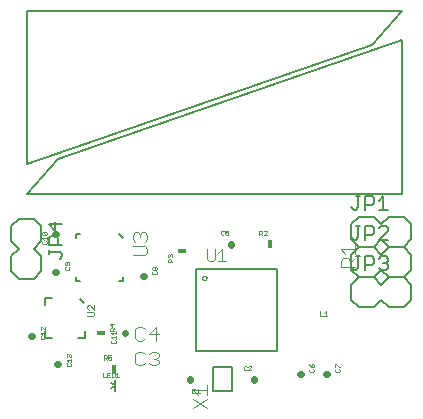
<source format=gto>
G75*
%MOIN*%
%OFA0B0*%
%FSLAX25Y25*%
%IPPOS*%
%LPD*%
%AMOC8*
5,1,8,0,0,1.08239X$1,22.5*
%
%ADD10C,0.00500*%
%ADD11C,0.00295*%
%ADD12C,0.00300*%
%ADD13C,0.02200*%
%ADD14C,0.00100*%
%ADD15C,0.00400*%
%ADD16C,0.00800*%
%ADD17C,0.00200*%
%ADD18R,0.03000X0.01800*%
%ADD19R,0.01800X0.03000*%
D10*
X0018302Y0053163D02*
X0019052Y0053914D01*
X0019052Y0054665D01*
X0018302Y0055415D01*
X0014549Y0055415D01*
X0014549Y0054665D02*
X0014549Y0056166D01*
X0014549Y0057767D02*
X0014549Y0060019D01*
X0015299Y0060770D01*
X0016800Y0060770D01*
X0017551Y0060019D01*
X0017551Y0057767D01*
X0019052Y0057767D02*
X0014549Y0057767D01*
X0016800Y0062371D02*
X0016800Y0065374D01*
X0014549Y0064623D02*
X0016800Y0062371D01*
X0019052Y0064623D02*
X0014549Y0064623D01*
X0007299Y0074811D02*
X0017535Y0086228D01*
X0132496Y0125992D01*
X0132496Y0074811D01*
X0007299Y0074811D01*
X0007299Y0084654D02*
X0122260Y0124417D01*
X0132496Y0135835D01*
X0007299Y0135835D01*
X0007299Y0084654D01*
X0063598Y0049614D02*
X0063598Y0022449D01*
X0090764Y0022449D01*
X0090764Y0049614D01*
X0063598Y0049614D01*
X0069357Y0017000D02*
X0075557Y0017000D01*
X0075557Y0009000D01*
X0069357Y0009000D01*
X0069357Y0017000D01*
X0115438Y0050138D02*
X0116189Y0049387D01*
X0116939Y0049387D01*
X0117690Y0050138D01*
X0117690Y0053891D01*
X0116939Y0053891D02*
X0118441Y0053891D01*
X0120042Y0053891D02*
X0122294Y0053891D01*
X0123045Y0053140D01*
X0123045Y0051639D01*
X0122294Y0050888D01*
X0120042Y0050888D01*
X0120042Y0049387D02*
X0120042Y0053891D01*
X0124646Y0053140D02*
X0125397Y0053891D01*
X0126898Y0053891D01*
X0127649Y0053140D01*
X0127649Y0052390D01*
X0126898Y0051639D01*
X0127649Y0050888D01*
X0127649Y0050138D01*
X0126898Y0049387D01*
X0125397Y0049387D01*
X0124646Y0050138D01*
X0126147Y0051639D02*
X0126898Y0051639D01*
X0127649Y0059426D02*
X0124646Y0059426D01*
X0127649Y0062429D01*
X0127649Y0063180D01*
X0126898Y0063930D01*
X0125397Y0063930D01*
X0124646Y0063180D01*
X0123045Y0063180D02*
X0123045Y0061678D01*
X0122294Y0060928D01*
X0120042Y0060928D01*
X0120042Y0059426D02*
X0120042Y0063930D01*
X0122294Y0063930D01*
X0123045Y0063180D01*
X0118441Y0063930D02*
X0116939Y0063930D01*
X0117690Y0063930D02*
X0117690Y0060177D01*
X0116939Y0059426D01*
X0116189Y0059426D01*
X0115438Y0060177D01*
X0116189Y0069466D02*
X0116939Y0069466D01*
X0117690Y0070216D01*
X0117690Y0073970D01*
X0116939Y0073970D02*
X0118441Y0073970D01*
X0120042Y0073970D02*
X0122294Y0073970D01*
X0123045Y0073219D01*
X0123045Y0071718D01*
X0122294Y0070967D01*
X0120042Y0070967D01*
X0120042Y0069466D02*
X0120042Y0073970D01*
X0124646Y0072468D02*
X0126147Y0073970D01*
X0126147Y0069466D01*
X0124646Y0069466D02*
X0127649Y0069466D01*
X0116189Y0069466D02*
X0115438Y0070216D01*
D11*
X0065742Y0046740D02*
X0065744Y0046794D01*
X0065750Y0046848D01*
X0065760Y0046901D01*
X0065774Y0046953D01*
X0065791Y0047004D01*
X0065813Y0047053D01*
X0065838Y0047101D01*
X0065866Y0047147D01*
X0065898Y0047191D01*
X0065933Y0047232D01*
X0065970Y0047270D01*
X0066011Y0047306D01*
X0066054Y0047338D01*
X0066099Y0047368D01*
X0066147Y0047393D01*
X0066196Y0047416D01*
X0066246Y0047434D01*
X0066298Y0047449D01*
X0066351Y0047460D01*
X0066405Y0047467D01*
X0066459Y0047470D01*
X0066512Y0047469D01*
X0066566Y0047464D01*
X0066619Y0047455D01*
X0066672Y0047442D01*
X0066723Y0047425D01*
X0066773Y0047405D01*
X0066821Y0047381D01*
X0066868Y0047353D01*
X0066912Y0047323D01*
X0066954Y0047288D01*
X0066993Y0047251D01*
X0067029Y0047212D01*
X0067063Y0047169D01*
X0067093Y0047124D01*
X0067119Y0047077D01*
X0067142Y0047029D01*
X0067162Y0046978D01*
X0067178Y0046927D01*
X0067190Y0046874D01*
X0067198Y0046821D01*
X0067202Y0046767D01*
X0067202Y0046713D01*
X0067198Y0046659D01*
X0067190Y0046606D01*
X0067178Y0046553D01*
X0067162Y0046502D01*
X0067142Y0046451D01*
X0067119Y0046403D01*
X0067093Y0046356D01*
X0067063Y0046311D01*
X0067029Y0046268D01*
X0066993Y0046229D01*
X0066954Y0046192D01*
X0066912Y0046157D01*
X0066868Y0046127D01*
X0066821Y0046099D01*
X0066773Y0046075D01*
X0066723Y0046055D01*
X0066672Y0046038D01*
X0066619Y0046025D01*
X0066566Y0046016D01*
X0066512Y0046011D01*
X0066459Y0046010D01*
X0066405Y0046013D01*
X0066351Y0046020D01*
X0066298Y0046031D01*
X0066246Y0046046D01*
X0066196Y0046064D01*
X0066147Y0046087D01*
X0066099Y0046112D01*
X0066054Y0046142D01*
X0066011Y0046174D01*
X0065970Y0046210D01*
X0065933Y0046248D01*
X0065898Y0046289D01*
X0065866Y0046333D01*
X0065838Y0046379D01*
X0065813Y0046427D01*
X0065791Y0046476D01*
X0065774Y0046527D01*
X0065760Y0046579D01*
X0065750Y0046632D01*
X0065744Y0046686D01*
X0065742Y0046740D01*
D12*
X0068106Y0052481D02*
X0069340Y0052481D01*
X0069957Y0053098D01*
X0069957Y0056184D01*
X0071172Y0054949D02*
X0072406Y0056184D01*
X0072406Y0052481D01*
X0071172Y0052481D02*
X0073641Y0052481D01*
X0068106Y0052481D02*
X0067489Y0053098D01*
X0067489Y0056184D01*
D13*
X0017656Y0018118D02*
X0017415Y0018118D01*
X0008994Y0027173D02*
X0008754Y0027173D01*
X0016825Y0048827D02*
X0017065Y0048827D01*
X0017065Y0061425D02*
X0016825Y0061425D01*
X0045959Y0047252D02*
X0046199Y0047252D01*
X0040096Y0028354D02*
X0039856Y0028354D01*
X0061827Y0012923D02*
X0061827Y0012683D01*
X0083087Y0012683D02*
X0083087Y0012923D01*
X0098321Y0014772D02*
X0098561Y0014772D01*
X0106982Y0014772D02*
X0107222Y0014772D01*
X0075409Y0057762D02*
X0075409Y0058002D01*
D14*
X0074183Y0060932D02*
X0073683Y0060932D01*
X0073433Y0061182D01*
X0072960Y0061182D02*
X0072710Y0060932D01*
X0072210Y0060932D01*
X0071959Y0061182D01*
X0071959Y0062183D01*
X0072210Y0062433D01*
X0072710Y0062433D01*
X0072960Y0062183D01*
X0073433Y0062433D02*
X0073433Y0061683D01*
X0073933Y0061933D01*
X0074183Y0061933D01*
X0074434Y0061683D01*
X0074434Y0061182D01*
X0074183Y0060932D01*
X0074434Y0062433D02*
X0073433Y0062433D01*
X0084755Y0062433D02*
X0084755Y0060932D01*
X0084755Y0061432D02*
X0085505Y0061432D01*
X0085756Y0061683D01*
X0085756Y0062183D01*
X0085505Y0062433D01*
X0084755Y0062433D01*
X0085255Y0061432D02*
X0085756Y0060932D01*
X0086228Y0060932D02*
X0087229Y0061933D01*
X0087229Y0062183D01*
X0086979Y0062433D01*
X0086478Y0062433D01*
X0086228Y0062183D01*
X0086228Y0060932D02*
X0087229Y0060932D01*
X0104950Y0035542D02*
X0104950Y0034041D01*
X0105951Y0034041D01*
X0106423Y0034041D02*
X0107424Y0034041D01*
X0106924Y0034041D02*
X0106924Y0035542D01*
X0106423Y0035041D01*
X0102741Y0017849D02*
X0102491Y0017849D01*
X0102240Y0017599D01*
X0102240Y0016848D01*
X0102741Y0016848D01*
X0102991Y0017099D01*
X0102991Y0017599D01*
X0102741Y0017849D01*
X0101740Y0017349D02*
X0102240Y0016848D01*
X0101740Y0016376D02*
X0101490Y0016126D01*
X0101490Y0015625D01*
X0101740Y0015375D01*
X0102741Y0015375D01*
X0102991Y0015625D01*
X0102991Y0016126D01*
X0102741Y0016376D01*
X0101740Y0017349D02*
X0101490Y0017849D01*
X0110151Y0017849D02*
X0110151Y0016848D01*
X0110401Y0016376D02*
X0110151Y0016126D01*
X0110151Y0015625D01*
X0110401Y0015375D01*
X0111402Y0015375D01*
X0111652Y0015625D01*
X0111652Y0016126D01*
X0111402Y0016376D01*
X0111402Y0016848D02*
X0111652Y0016848D01*
X0111402Y0016848D02*
X0110401Y0017849D01*
X0110151Y0017849D01*
X0082111Y0017104D02*
X0081861Y0017354D01*
X0081360Y0017354D01*
X0081110Y0017104D01*
X0080637Y0017104D02*
X0080387Y0017354D01*
X0079887Y0017354D01*
X0079637Y0017104D01*
X0079637Y0016103D01*
X0079887Y0015853D01*
X0080387Y0015853D01*
X0080637Y0016103D01*
X0081110Y0015853D02*
X0082111Y0016854D01*
X0082111Y0017104D01*
X0082111Y0015853D02*
X0081110Y0015853D01*
X0064904Y0008253D02*
X0063904Y0008253D01*
X0064404Y0008253D02*
X0064404Y0009754D01*
X0063904Y0009254D01*
X0063431Y0009504D02*
X0063181Y0009754D01*
X0062680Y0009754D01*
X0062430Y0009504D01*
X0062430Y0008503D01*
X0062680Y0008253D01*
X0063181Y0008253D01*
X0063431Y0008503D01*
X0038010Y0013635D02*
X0037009Y0013635D01*
X0037510Y0013635D02*
X0037510Y0015136D01*
X0037009Y0014635D01*
X0036537Y0014886D02*
X0036537Y0013885D01*
X0036287Y0013635D01*
X0035536Y0013635D01*
X0035536Y0015136D01*
X0036287Y0015136D01*
X0036537Y0014886D01*
X0035063Y0015136D02*
X0034063Y0015136D01*
X0034063Y0013635D01*
X0035063Y0013635D01*
X0034563Y0014385D02*
X0034063Y0014385D01*
X0033590Y0013635D02*
X0032589Y0013635D01*
X0032589Y0015136D01*
X0032983Y0019396D02*
X0032983Y0020898D01*
X0033734Y0020898D01*
X0033984Y0020648D01*
X0033984Y0020147D01*
X0033734Y0019897D01*
X0032983Y0019897D01*
X0033483Y0019897D02*
X0033984Y0019396D01*
X0034456Y0019647D02*
X0034707Y0019396D01*
X0035207Y0019396D01*
X0035457Y0019647D01*
X0035457Y0020147D01*
X0035207Y0020397D01*
X0034957Y0020397D01*
X0034456Y0020147D01*
X0034456Y0020898D01*
X0035457Y0020898D01*
X0035675Y0024904D02*
X0036676Y0024904D01*
X0036926Y0025155D01*
X0036926Y0025655D01*
X0036676Y0025905D01*
X0036926Y0026378D02*
X0036926Y0027378D01*
X0036926Y0027851D02*
X0036926Y0028852D01*
X0036456Y0028958D02*
X0034954Y0028958D01*
X0034954Y0029708D01*
X0035204Y0029959D01*
X0035705Y0029959D01*
X0035955Y0029708D01*
X0035955Y0028958D01*
X0035955Y0029458D02*
X0036456Y0029959D01*
X0035705Y0030431D02*
X0035705Y0031432D01*
X0036456Y0031182D02*
X0034954Y0031182D01*
X0035705Y0030431D01*
X0035425Y0028351D02*
X0036926Y0028351D01*
X0035926Y0027851D02*
X0035425Y0028351D01*
X0035425Y0026878D02*
X0036926Y0026878D01*
X0035926Y0026378D02*
X0035425Y0026878D01*
X0035675Y0025905D02*
X0035425Y0025655D01*
X0035425Y0025155D01*
X0035675Y0024904D01*
X0022085Y0020945D02*
X0022085Y0020445D01*
X0021835Y0020195D01*
X0022085Y0019722D02*
X0022085Y0018722D01*
X0022085Y0019222D02*
X0020584Y0019222D01*
X0021085Y0018722D01*
X0020834Y0018249D02*
X0020584Y0017999D01*
X0020584Y0017499D01*
X0020834Y0017248D01*
X0021835Y0017248D01*
X0022085Y0017499D01*
X0022085Y0017999D01*
X0021835Y0018249D01*
X0020834Y0020195D02*
X0020584Y0020445D01*
X0020584Y0020945D01*
X0020834Y0021196D01*
X0021085Y0021196D01*
X0021335Y0020945D01*
X0021585Y0021196D01*
X0021835Y0021196D01*
X0022085Y0020945D01*
X0021335Y0020945D02*
X0021335Y0020695D01*
X0013424Y0026554D02*
X0013424Y0027054D01*
X0013174Y0027304D01*
X0013424Y0027777D02*
X0013424Y0028778D01*
X0013424Y0029250D02*
X0012423Y0030251D01*
X0012173Y0030251D01*
X0011923Y0030001D01*
X0011923Y0029500D01*
X0012173Y0029250D01*
X0011923Y0028277D02*
X0013424Y0028277D01*
X0013424Y0029250D02*
X0013424Y0030251D01*
X0011923Y0028277D02*
X0012423Y0027777D01*
X0012173Y0027304D02*
X0011923Y0027054D01*
X0011923Y0026554D01*
X0012173Y0026303D01*
X0013174Y0026303D01*
X0013424Y0026554D01*
X0020244Y0049430D02*
X0021245Y0049430D01*
X0021495Y0049680D01*
X0021495Y0050181D01*
X0021245Y0050431D01*
X0021245Y0050904D02*
X0021495Y0051154D01*
X0021495Y0051654D01*
X0021245Y0051904D01*
X0020244Y0051904D01*
X0019994Y0051654D01*
X0019994Y0051154D01*
X0020244Y0050904D01*
X0020494Y0050904D01*
X0020744Y0051154D01*
X0020744Y0051904D01*
X0020244Y0050431D02*
X0019994Y0050181D01*
X0019994Y0049680D01*
X0020244Y0049430D01*
X0013645Y0057975D02*
X0012644Y0057975D01*
X0012394Y0058225D01*
X0012394Y0058726D01*
X0012644Y0058976D01*
X0012894Y0059448D02*
X0012394Y0059949D01*
X0013895Y0059949D01*
X0013895Y0060449D02*
X0013895Y0059448D01*
X0013645Y0058976D02*
X0013895Y0058726D01*
X0013895Y0058225D01*
X0013645Y0057975D01*
X0013645Y0060922D02*
X0012644Y0060922D01*
X0012394Y0061172D01*
X0012394Y0061672D01*
X0012644Y0061923D01*
X0013645Y0060922D01*
X0013895Y0061172D01*
X0013895Y0061672D01*
X0013645Y0061923D01*
X0012644Y0061923D01*
X0049127Y0050079D02*
X0049378Y0050330D01*
X0049628Y0050330D01*
X0049878Y0050079D01*
X0049878Y0049579D01*
X0049628Y0049329D01*
X0049378Y0049329D01*
X0049127Y0049579D01*
X0049127Y0050079D01*
X0049878Y0050079D02*
X0050128Y0050330D01*
X0050379Y0050330D01*
X0050629Y0050079D01*
X0050629Y0049579D01*
X0050379Y0049329D01*
X0050128Y0049329D01*
X0049878Y0049579D01*
X0049378Y0048856D02*
X0049127Y0048606D01*
X0049127Y0048106D01*
X0049378Y0047855D01*
X0050379Y0047855D01*
X0050629Y0048106D01*
X0050629Y0048606D01*
X0050379Y0048856D01*
X0054323Y0052070D02*
X0054323Y0052820D01*
X0054573Y0053071D01*
X0055073Y0053071D01*
X0055324Y0052820D01*
X0055324Y0052070D01*
X0055824Y0052070D02*
X0054323Y0052070D01*
X0055324Y0052570D02*
X0055824Y0053071D01*
X0055574Y0053543D02*
X0055824Y0053793D01*
X0055824Y0054294D01*
X0055574Y0054544D01*
X0055324Y0054544D01*
X0055073Y0054294D01*
X0055073Y0054043D01*
X0055073Y0054294D02*
X0054823Y0054544D01*
X0054573Y0054544D01*
X0054323Y0054294D01*
X0054323Y0053793D01*
X0054573Y0053543D01*
D15*
X0047335Y0054956D02*
X0047335Y0056491D01*
X0046568Y0057258D01*
X0042732Y0057258D01*
X0043499Y0058793D02*
X0042732Y0059560D01*
X0042732Y0061095D01*
X0043499Y0061862D01*
X0044266Y0061862D01*
X0045033Y0061095D01*
X0045801Y0061862D01*
X0046568Y0061862D01*
X0047335Y0061095D01*
X0047335Y0059560D01*
X0046568Y0058793D01*
X0045033Y0060328D02*
X0045033Y0061095D01*
X0047335Y0054956D02*
X0046568Y0054189D01*
X0042732Y0054189D01*
X0044275Y0030383D02*
X0043508Y0029615D01*
X0043508Y0026546D01*
X0044275Y0025779D01*
X0045810Y0025779D01*
X0046577Y0026546D01*
X0048112Y0028081D02*
X0051181Y0028081D01*
X0050414Y0030383D02*
X0048112Y0028081D01*
X0046577Y0029615D02*
X0045810Y0030383D01*
X0044275Y0030383D01*
X0050414Y0030383D02*
X0050414Y0025779D01*
X0050414Y0022115D02*
X0048879Y0022115D01*
X0048112Y0021348D01*
X0046577Y0021348D02*
X0045810Y0022115D01*
X0044275Y0022115D01*
X0043508Y0021348D01*
X0043508Y0018278D01*
X0044275Y0017511D01*
X0045810Y0017511D01*
X0046577Y0018278D01*
X0048112Y0018278D02*
X0048879Y0017511D01*
X0050414Y0017511D01*
X0051181Y0018278D01*
X0051181Y0019046D01*
X0050414Y0019813D01*
X0049646Y0019813D01*
X0050414Y0019813D02*
X0051181Y0020580D01*
X0051181Y0021348D01*
X0050414Y0022115D01*
X0062653Y0009339D02*
X0067257Y0009339D01*
X0067257Y0010873D02*
X0067257Y0007804D01*
X0067257Y0006269D02*
X0062653Y0003200D01*
X0062653Y0006269D02*
X0067257Y0003200D01*
X0064187Y0007804D02*
X0062653Y0009339D01*
X0111964Y0050193D02*
X0111964Y0052495D01*
X0112731Y0053262D01*
X0114266Y0053262D01*
X0115033Y0052495D01*
X0115033Y0050193D01*
X0115033Y0051728D02*
X0116568Y0053262D01*
X0116568Y0054797D02*
X0116568Y0057866D01*
X0116568Y0056331D02*
X0111964Y0056331D01*
X0113498Y0054797D01*
X0111964Y0050193D02*
X0116568Y0050193D01*
D16*
X0115488Y0049476D02*
X0117988Y0046976D01*
X0122988Y0046976D01*
X0125488Y0049476D01*
X0127988Y0046976D01*
X0132988Y0046976D01*
X0135488Y0049476D01*
X0135488Y0054476D01*
X0132988Y0056976D01*
X0127988Y0056976D01*
X0125488Y0054476D01*
X0122988Y0056976D01*
X0117988Y0056976D01*
X0115488Y0054476D01*
X0115488Y0049476D01*
X0117988Y0046937D02*
X0115488Y0044437D01*
X0115488Y0039437D01*
X0117988Y0036937D01*
X0122988Y0036937D01*
X0125488Y0039437D01*
X0127988Y0036937D01*
X0132988Y0036937D01*
X0135488Y0039437D01*
X0135488Y0044437D01*
X0132988Y0046937D01*
X0127988Y0046937D01*
X0125488Y0044437D01*
X0122988Y0046937D01*
X0117988Y0046937D01*
X0117988Y0057016D02*
X0122988Y0057016D01*
X0125488Y0059516D01*
X0127988Y0057016D01*
X0132988Y0057016D01*
X0135488Y0059516D01*
X0135488Y0064516D01*
X0132988Y0067016D01*
X0127988Y0067016D01*
X0125488Y0064516D01*
X0122988Y0067016D01*
X0117988Y0067016D01*
X0115488Y0064516D01*
X0115488Y0059516D01*
X0117988Y0057016D01*
X0039386Y0060047D02*
X0038008Y0061425D01*
X0025016Y0061425D02*
X0023638Y0061425D01*
X0023638Y0060047D01*
X0012102Y0058925D02*
X0009602Y0056425D01*
X0012102Y0053925D01*
X0012102Y0048925D01*
X0009602Y0046425D01*
X0004602Y0046425D01*
X0002102Y0048925D01*
X0002102Y0053925D01*
X0004602Y0056425D01*
X0002102Y0058925D01*
X0002102Y0063925D01*
X0004602Y0066425D01*
X0009602Y0066425D01*
X0012102Y0063925D01*
X0012102Y0058925D01*
X0023638Y0047055D02*
X0023638Y0045677D01*
X0025016Y0045677D01*
X0024858Y0039713D02*
X0026335Y0038315D01*
X0026591Y0028945D02*
X0026591Y0026583D01*
X0024228Y0026583D01*
X0015567Y0026583D02*
X0013205Y0026583D01*
X0013205Y0028945D01*
X0013205Y0037606D02*
X0013205Y0039969D01*
X0015567Y0039969D01*
X0038008Y0045677D02*
X0039386Y0045677D01*
X0039386Y0047055D01*
X0036709Y0012646D02*
X0036709Y0010835D01*
X0035488Y0009914D01*
X0036709Y0009024D02*
X0036709Y0010835D01*
X0036648Y0010935D02*
X0035488Y0011694D01*
D17*
X0029331Y0033956D02*
X0027496Y0033956D01*
X0027496Y0035424D02*
X0029331Y0035424D01*
X0029698Y0035057D01*
X0029698Y0034323D01*
X0029331Y0033956D01*
X0029698Y0036166D02*
X0028230Y0037634D01*
X0027863Y0037634D01*
X0027496Y0037267D01*
X0027496Y0036533D01*
X0027863Y0036166D01*
X0029698Y0036166D02*
X0029698Y0037634D01*
D18*
X0031906Y0028354D03*
X0058874Y0055520D03*
D19*
X0088205Y0057882D03*
X0036433Y0016346D03*
M02*

</source>
